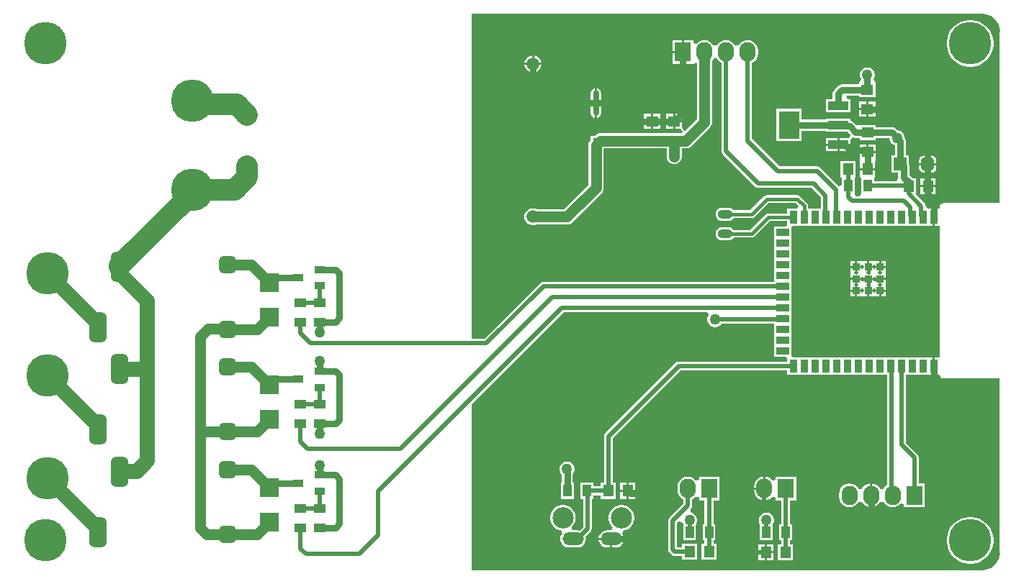
<source format=gtl>
G04*
G04 #@! TF.GenerationSoftware,Altium Limited,Altium Designer,21.2.1 (34)*
G04*
G04 Layer_Physical_Order=1*
G04 Layer_Color=255*
%FSTAX24Y24*%
%MOIN*%
G70*
G04*
G04 #@! TF.SameCoordinates,05E74B49-6C64-4D2F-80AE-A4148A6602C0*
G04*
G04*
G04 #@! TF.FilePolarity,Positive*
G04*
G01*
G75*
%ADD15C,0.0200*%
%ADD18O,0.0700X0.0400*%
%ADD19O,0.0276X0.1181*%
%ADD20R,0.0276X0.1181*%
%ADD21R,0.0550X0.0500*%
%ADD22R,0.0600X0.0600*%
G04:AMPARAMS|DCode=23|XSize=60mil|YSize=60mil|CornerRadius=15mil|HoleSize=0mil|Usage=FLASHONLY|Rotation=0.000|XOffset=0mil|YOffset=0mil|HoleType=Round|Shape=RoundedRectangle|*
%AMROUNDEDRECTD23*
21,1,0.0600,0.0300,0,0,0.0*
21,1,0.0300,0.0600,0,0,0.0*
1,1,0.0300,0.0150,-0.0150*
1,1,0.0300,-0.0150,-0.0150*
1,1,0.0300,-0.0150,0.0150*
1,1,0.0300,0.0150,0.0150*
%
%ADD23ROUNDEDRECTD23*%
%ADD24R,0.0500X0.0550*%
%ADD25R,0.0394X0.0550*%
%ADD26R,0.0472X0.0335*%
%ADD27R,0.0591X0.0354*%
%ADD28R,0.0354X0.0591*%
%ADD29R,0.0354X0.0354*%
%ADD30R,0.0945X0.1299*%
%ADD31R,0.0945X0.0394*%
%ADD32R,0.0550X0.0394*%
%ADD33R,0.0906X0.0900*%
%ADD50C,0.0700*%
%ADD60C,0.0150*%
%ADD61C,0.0500*%
%ADD62C,0.0300*%
%ADD63C,0.1000*%
%ADD64O,0.0750X0.0900*%
%ADD65R,0.0750X0.0900*%
%ADD66R,0.0591X0.0591*%
%ADD67C,0.0591*%
%ADD68C,0.0200*%
G04:AMPARAMS|DCode=69|XSize=137.8mil|YSize=78.7mil|CornerRadius=19.7mil|HoleSize=0mil|Usage=FLASHONLY|Rotation=90.000|XOffset=0mil|YOffset=0mil|HoleType=Round|Shape=RoundedRectangle|*
%AMROUNDEDRECTD69*
21,1,0.1378,0.0394,0,0,90.0*
21,1,0.0984,0.0787,0,0,90.0*
1,1,0.0394,0.0197,0.0492*
1,1,0.0394,0.0197,-0.0492*
1,1,0.0394,-0.0197,-0.0492*
1,1,0.0394,-0.0197,0.0492*
%
%ADD69ROUNDEDRECTD69*%
G04:AMPARAMS|DCode=70|XSize=78.7mil|YSize=78.7mil|CornerRadius=19.7mil|HoleSize=0mil|Usage=FLASHONLY|Rotation=90.000|XOffset=0mil|YOffset=0mil|HoleType=Round|Shape=RoundedRectangle|*
%AMROUNDEDRECTD70*
21,1,0.0787,0.0394,0,0,90.0*
21,1,0.0394,0.0787,0,0,90.0*
1,1,0.0394,0.0197,0.0197*
1,1,0.0394,0.0197,-0.0197*
1,1,0.0394,-0.0197,-0.0197*
1,1,0.0394,-0.0197,0.0197*
%
%ADD70ROUNDEDRECTD70*%
%ADD71C,0.1969*%
%ADD72C,0.0984*%
%ADD73O,0.0984X0.0591*%
%ADD74C,0.0500*%
G36*
X064833Y034787D02*
X064988Y03474D01*
X065131Y034664D01*
X065256Y034561D01*
X065359Y034436D01*
X065435Y034293D01*
X065482Y034138D01*
X065496Y034D01*
X065491Y033976D01*
Y026031D01*
X0629D01*
X062822Y026015D01*
X062755Y025971D01*
X062711Y025905D01*
X062696Y025827D01*
Y025769D01*
X062485D01*
Y025374D01*
Y024979D01*
X062696D01*
Y01888D01*
X062485D01*
Y018484D01*
Y018089D01*
X0627D01*
X062711Y018032D01*
X062755Y017966D01*
X062822Y017922D01*
X0629Y017906D01*
X065491D01*
Y009843D01*
X065496Y009819D01*
X065482Y009681D01*
X065435Y009526D01*
X065359Y009383D01*
X065256Y009258D01*
X065131Y009155D01*
X064988Y009079D01*
X064833Y009032D01*
X064695Y009018D01*
X064671Y009023D01*
X041049D01*
Y016719D01*
X045305Y020975D01*
X051947D01*
X051995Y0209D01*
X052018Y020825D01*
X051983Y020765D01*
X051959Y020676D01*
Y020584D01*
X051983Y020495D01*
X052029Y020415D01*
X052094Y02035D01*
X052174Y020304D01*
X052263Y02028D01*
X052355D01*
X052444Y020304D01*
X052524Y02035D01*
X052589Y020415D01*
X05261Y020451D01*
X055048D01*
Y019902D01*
Y019402D01*
Y018902D01*
X055517D01*
X055658Y01888D01*
Y018688D01*
X050636D01*
X050636Y018688D01*
X050558Y018673D01*
X050492Y018628D01*
X050492Y018628D01*
X04723Y015367D01*
X047186Y015301D01*
X04717Y015223D01*
Y013065D01*
X047024D01*
Y012894D01*
X046671D01*
Y013065D01*
X046078D01*
Y012315D01*
X0462D01*
Y011013D01*
X046033Y010846D01*
X045935Y010859D01*
X045726D01*
X04569Y010914D01*
X045668Y011009D01*
X045726Y011067D01*
X045791Y011164D01*
X045836Y011272D01*
X045858Y011387D01*
Y011503D01*
X045836Y011618D01*
X045791Y011725D01*
X045726Y011822D01*
X045644Y011905D01*
X045547Y01197D01*
X045439Y012014D01*
X045325Y012037D01*
X045208D01*
X045093Y012014D01*
X044986Y01197D01*
X044889Y011905D01*
X044806Y011822D01*
X044741Y011725D01*
X044697Y011618D01*
X044674Y011503D01*
Y011387D01*
X044697Y011272D01*
X044741Y011164D01*
X044806Y011067D01*
X044889Y010985D01*
X044986Y01092D01*
X045093Y010875D01*
X045168Y010861D01*
X045197Y010824D01*
X04522Y010768D01*
X045229Y010703D01*
X045196Y01066D01*
X045157Y010564D01*
X045143Y010461D01*
X045157Y010357D01*
X045196Y010261D01*
X04526Y010179D01*
X045342Y010115D01*
X045439Y010076D01*
X045542Y010062D01*
X045935D01*
X046039Y010076D01*
X046135Y010115D01*
X046217Y010179D01*
X046281Y010261D01*
X046321Y010357D01*
X046334Y010461D01*
X046321Y010558D01*
X046548Y010785D01*
X046592Y010851D01*
X046607Y010929D01*
Y012315D01*
X046671D01*
Y012486D01*
X047024D01*
Y012315D01*
X047724D01*
Y013065D01*
X047578D01*
Y015138D01*
X05072Y01828D01*
X055658D01*
Y018089D01*
X060278D01*
Y012961D01*
X060191Y012894D01*
X060115Y012795D01*
X060111Y012785D01*
X059948D01*
X059944Y012795D01*
X059868Y012894D01*
X059769Y01297D01*
X059654Y013018D01*
X05958Y013028D01*
Y01248D01*
Y011933D01*
X059654Y011943D01*
X059769Y01199D01*
X059868Y012067D01*
X059944Y012166D01*
X059948Y012175D01*
X060111D01*
X060115Y012166D01*
X060191Y012067D01*
X06029Y01199D01*
X060406Y011943D01*
X06053Y011926D01*
X060654Y011943D01*
X060769Y01199D01*
X060868Y012067D01*
X060905Y012114D01*
X061055Y012063D01*
Y01193D01*
X062005D01*
Y01303D01*
X061733D01*
Y014244D01*
X061718Y014322D01*
X061674Y014388D01*
X061139Y014923D01*
Y018089D01*
X062385D01*
Y018484D01*
Y01888D01*
X055979D01*
X055838Y018902D01*
Y019402D01*
Y019902D01*
Y020402D01*
Y020902D01*
Y021402D01*
Y021902D01*
Y022402D01*
Y022902D01*
Y023402D01*
Y023902D01*
Y024402D01*
Y024956D01*
X055979Y024979D01*
X062385D01*
Y025374D01*
Y025769D01*
X062152D01*
X062062Y025884D01*
X062046Y025962D01*
X062002Y026028D01*
X061708Y026323D01*
X061619Y026436D01*
X061618D01*
X061618Y026436D01*
Y027186D01*
X061436D01*
X061297Y027326D01*
Y027763D01*
X061292Y027788D01*
Y028235D01*
X061147D01*
Y028898D01*
X061127Y028995D01*
X061084Y02906D01*
Y029101D01*
X06106Y02919D01*
X061014Y02927D01*
X060949Y029335D01*
X060869Y029381D01*
X06078Y029405D01*
X060745D01*
X060676Y029474D01*
X060593Y02953D01*
X060495Y029549D01*
X059747D01*
Y029644D01*
X058997D01*
Y029644D01*
X058848Y029648D01*
X058719Y029777D01*
X058636Y029833D01*
X058586Y029843D01*
Y029941D01*
X057441D01*
Y029899D01*
X056302D01*
Y030394D01*
X055157D01*
Y028894D01*
X056302D01*
Y029389D01*
X057441D01*
Y029347D01*
X058036D01*
X05806Y029342D01*
X058433D01*
X058593Y029183D01*
X05859Y029177D01*
X05859Y029177D01*
X058528Y029035D01*
X058455Y029035D01*
X058063D01*
Y028789D01*
X058586D01*
Y028899D01*
X058586Y028989D01*
X058716Y029082D01*
X058728Y029074D01*
X058826Y029055D01*
X058997D01*
Y028944D01*
X059747D01*
Y029039D01*
X060384D01*
Y029009D01*
X060408Y02892D01*
X060454Y02884D01*
X060519Y028775D01*
X060599Y028729D01*
X060637Y028719D01*
Y028235D01*
X060492D01*
Y027435D01*
X060787D01*
Y02722D01*
X060794Y027185D01*
X06071Y027053D01*
X060685Y027035D01*
X05967D01*
Y027223D01*
X059723D01*
Y027548D01*
X059373D01*
X059023D01*
Y027223D01*
X059076D01*
Y026475D01*
X059076D01*
X059027Y026346D01*
X058819D01*
X05877Y026475D01*
X05877D01*
Y027223D01*
X058823D01*
Y027973D01*
X058123D01*
Y027223D01*
X058176D01*
Y026873D01*
X058126Y026839D01*
X058026Y026815D01*
X057178Y027664D01*
X057112Y027708D01*
X057033Y027724D01*
X055307D01*
X054025Y029006D01*
Y032527D01*
X05406Y032542D01*
X05416Y032618D01*
X054236Y032717D01*
X054284Y032833D01*
X0543Y032957D01*
Y033107D01*
X054284Y033231D01*
X054236Y033346D01*
X05416Y033445D01*
X05406Y033521D01*
X053945Y033569D01*
X053821Y033586D01*
X053697Y033569D01*
X053581Y033521D01*
X053482Y033445D01*
X053406Y033346D01*
X053402Y033337D01*
X05324D01*
X053236Y033346D01*
X05316Y033445D01*
X05306Y033521D01*
X052945Y033569D01*
X052821Y033586D01*
X052697Y033569D01*
X052581Y033521D01*
X052482Y033445D01*
X052406Y033346D01*
X052402Y033337D01*
X05224D01*
X052236Y033346D01*
X05216Y033445D01*
X05206Y033521D01*
X051945Y033569D01*
X051821Y033586D01*
X051697Y033569D01*
X051581Y033521D01*
X051482Y033445D01*
X051446Y033398D01*
X051296Y033449D01*
Y033582D01*
X050871D01*
Y033031D01*
Y032482D01*
X051296D01*
Y032481D01*
X051446Y03253D01*
X051468Y032514D01*
Y029934D01*
X050902Y029368D01*
X05085Y029418D01*
X050794Y029526D01*
X050794Y029619D01*
Y02977D01*
X050469D01*
Y02947D01*
X050644D01*
X050724Y02947D01*
X05081Y029327D01*
X050774Y029273D01*
X047024D01*
X046933Y029261D01*
X046848Y029226D01*
X046775Y02917D01*
X04676Y029155D01*
X046559D01*
Y028954D01*
X046548Y028943D01*
X046492Y028869D01*
X046456Y028784D01*
X046444Y028693D01*
Y026879D01*
X045312Y025747D01*
X044063D01*
X044036Y025762D01*
X043936Y025789D01*
X043832D01*
X043731Y025762D01*
X043641Y02571D01*
X043568Y025636D01*
X043516Y025546D01*
X043489Y025446D01*
Y025342D01*
X043516Y025241D01*
X043568Y025151D01*
X043641Y025077D01*
X043731Y025025D01*
X043832Y024998D01*
X043936D01*
X044036Y025025D01*
X044063Y025041D01*
X045459D01*
X04555Y025053D01*
X045635Y025088D01*
X045708Y025144D01*
X047047Y026483D01*
X047103Y026556D01*
X047138Y026641D01*
X04715Y026732D01*
Y028547D01*
X047171Y028567D01*
X050066D01*
Y028189D01*
X050069Y028166D01*
Y028143D01*
X050075Y028121D01*
X050078Y028098D01*
X050087Y028076D01*
X050093Y028054D01*
X050105Y028034D01*
X050114Y028012D01*
X050128Y027994D01*
X050139Y027974D01*
X050156Y027958D01*
X05017Y027939D01*
X050188Y027925D01*
X050204Y027909D01*
X050224Y027897D01*
X050243Y027883D01*
X050264Y027874D01*
X050284Y027863D01*
X050307Y027857D01*
X050328Y027848D01*
X050351Y027845D01*
X050373Y027839D01*
X050396D01*
X050419Y027836D01*
X050442Y027839D01*
X050465D01*
X050488Y027845D01*
X050511Y027848D01*
X050532Y027857D01*
X050554Y027863D01*
X050574Y027874D01*
X050596Y027883D01*
X050614Y027897D01*
X050634Y027909D01*
X050651Y027925D01*
X050669Y027939D01*
X050683Y027958D01*
X050699Y027974D01*
X050711Y027994D01*
X050725Y028012D01*
X050734Y028034D01*
X050745Y028054D01*
X050751Y028076D01*
X05076Y028098D01*
X050763Y028121D01*
X050769Y028143D01*
Y028166D01*
X050772Y028189D01*
Y028567D01*
X050954D01*
X051045Y028579D01*
X05113Y028614D01*
X051203Y02867D01*
X05207Y029538D01*
X052127Y029611D01*
X052162Y029696D01*
X052174Y029787D01*
Y032636D01*
X052236Y032717D01*
X05224Y032726D01*
X052402D01*
X052406Y032717D01*
X052482Y032618D01*
X052581Y032542D01*
X052617Y032527D01*
Y028425D01*
X052632Y028347D01*
X052677Y028281D01*
X054173Y026785D01*
X054239Y026741D01*
X054317Y026725D01*
X054317Y026725D01*
X056792D01*
X057223Y026293D01*
Y025769D01*
X056613D01*
Y025913D01*
X056613Y025913D01*
X0566Y025982D01*
X056561Y02604D01*
X056561Y02604D01*
X056254Y026347D01*
X056196Y026385D01*
X056128Y026399D01*
X054711D01*
X054642Y026385D01*
X054584Y026347D01*
X054584Y026347D01*
X053928Y02569D01*
X053173D01*
X053145Y025726D01*
X053083Y025774D01*
X05301Y025804D01*
X052931Y025814D01*
X052632D01*
X052553Y025804D01*
X05248Y025774D01*
X052418Y025726D01*
X052369Y025663D01*
X052339Y02559D01*
X052329Y025512D01*
X052339Y025433D01*
X052369Y025361D01*
X052418Y025298D01*
X05248Y02525D01*
X052553Y02522D01*
X052632Y025209D01*
X052931D01*
X05301Y02522D01*
X053083Y02525D01*
X053145Y025298D01*
X053173Y025333D01*
X054002D01*
X05407Y025347D01*
X054128Y025386D01*
X054785Y026042D01*
X056054D01*
X056177Y025919D01*
X056115Y025769D01*
X055658D01*
Y025552D01*
X05477D01*
X054701Y025539D01*
X054644Y0255D01*
X054644Y0255D01*
X053928Y024785D01*
X053173D01*
X053145Y02482D01*
X053083Y024868D01*
X05301Y024899D01*
X052931Y024909D01*
X052632D01*
X052553Y024899D01*
X05248Y024868D01*
X052418Y02482D01*
X052369Y024758D01*
X052339Y024685D01*
X052329Y024606D01*
X052339Y024528D01*
X052369Y024455D01*
X052418Y024392D01*
X05248Y024344D01*
X052553Y024314D01*
X052632Y024304D01*
X052931D01*
X05301Y024314D01*
X053083Y024344D01*
X053145Y024392D01*
X053173Y024428D01*
X054002D01*
X05407Y024441D01*
X054128Y02448D01*
X054844Y025196D01*
X055658D01*
Y024979D01*
X055517Y024956D01*
X055048D01*
Y024402D01*
Y023902D01*
Y023402D01*
Y022902D01*
Y022383D01*
X04437D01*
X044292Y022368D01*
X044226Y022323D01*
X041634Y019731D01*
X041049D01*
Y034796D01*
X064671D01*
X064695Y034801D01*
X064833Y034787D01*
D02*
G37*
%LPC*%
G36*
X050771Y033582D02*
X050346D01*
Y033082D01*
X050771D01*
Y033582D01*
D02*
G37*
G36*
X043936Y032876D02*
X043934D01*
Y03253D01*
X044279D01*
Y032532D01*
X044252Y032633D01*
X0442Y032723D01*
X044127Y032797D01*
X044036Y032849D01*
X043936Y032876D01*
D02*
G37*
G36*
X043834D02*
X043832D01*
X043731Y032849D01*
X043641Y032797D01*
X043568Y032723D01*
X043516Y032633D01*
X043489Y032532D01*
Y03253D01*
X043834D01*
Y032876D01*
D02*
G37*
G36*
X050771Y032982D02*
X050346D01*
Y032482D01*
X050771D01*
Y032982D01*
D02*
G37*
G36*
X064205Y034509D02*
X064035D01*
X063866Y034483D01*
X063704Y03443D01*
X063552Y034353D01*
X063414Y034252D01*
X063293Y034132D01*
X063193Y033993D01*
X063115Y033841D01*
X063063Y033679D01*
X063036Y033511D01*
Y03334D01*
X063063Y033171D01*
X063115Y033009D01*
X063193Y032857D01*
X063293Y032719D01*
X063414Y032598D01*
X063552Y032498D01*
X063704Y03242D01*
X063866Y032368D01*
X064035Y032341D01*
X064205D01*
X064374Y032368D01*
X064536Y03242D01*
X064688Y032498D01*
X064826Y032598D01*
X064947Y032719D01*
X065047Y032857D01*
X065125Y033009D01*
X065178Y033171D01*
X065204Y03334D01*
Y033511D01*
X065178Y033679D01*
X065125Y033841D01*
X065047Y033993D01*
X064947Y034132D01*
X064826Y034252D01*
X064688Y034353D01*
X064536Y03443D01*
X064374Y034483D01*
X064205Y034509D01*
D02*
G37*
G36*
X044279Y03243D02*
X043934D01*
Y032085D01*
X043936D01*
X044036Y032112D01*
X044127Y032164D01*
X0442Y032238D01*
X044252Y032328D01*
X044279Y032428D01*
Y03243D01*
D02*
G37*
G36*
X043834D02*
X043489D01*
Y032428D01*
X043516Y032328D01*
X043568Y032238D01*
X043641Y032164D01*
X043731Y032112D01*
X043832Y032085D01*
X043834D01*
Y03243D01*
D02*
G37*
G36*
X059402Y032318D02*
X05931D01*
X059221Y032295D01*
X059141Y032249D01*
X059076Y032183D01*
X05903Y032104D01*
X059006Y032015D01*
Y031922D01*
X05903Y031833D01*
X059063Y031777D01*
X059036Y031693D01*
X058991Y031627D01*
X058981D01*
Y031532D01*
X058192D01*
X058095Y031512D01*
X058012Y031457D01*
X057833Y031278D01*
X057778Y031196D01*
X057758Y031098D01*
Y030846D01*
X057441D01*
Y030253D01*
X058586D01*
Y030846D01*
X058452D01*
X058389Y030996D01*
X058413Y031022D01*
X058981D01*
Y030927D01*
X059731D01*
Y031627D01*
X059722D01*
X059677Y031693D01*
X05965Y031777D01*
X059682Y031833D01*
X059706Y031922D01*
Y032015D01*
X059682Y032104D01*
X059636Y032183D01*
X059571Y032249D01*
X059491Y032295D01*
X059402Y032318D01*
D02*
G37*
G36*
X046847Y03135D02*
Y030715D01*
X04704D01*
Y031117D01*
X047021Y03121D01*
X046969Y031289D01*
X04689Y031341D01*
X046847Y03135D01*
D02*
G37*
G36*
X046747D02*
X046704Y031341D01*
X046626Y031289D01*
X046573Y03121D01*
X046555Y031117D01*
Y030715D01*
X046747D01*
Y03135D01*
D02*
G37*
G36*
X059731Y030727D02*
X059406D01*
Y030427D01*
X059731D01*
Y030727D01*
D02*
G37*
G36*
X059306D02*
X058981D01*
Y030427D01*
X059306D01*
Y030727D01*
D02*
G37*
G36*
X059731Y030327D02*
X059406D01*
Y030027D01*
X059731D01*
Y030327D01*
D02*
G37*
G36*
X059306D02*
X058981D01*
Y030027D01*
X059306D01*
Y030327D01*
D02*
G37*
G36*
X04704Y030615D02*
X046847D01*
Y029979D01*
X04689Y029988D01*
X046969Y03004D01*
X047021Y030119D01*
X04704Y030212D01*
Y030615D01*
D02*
G37*
G36*
X046747D02*
X046555D01*
Y030212D01*
X046573Y030119D01*
X046626Y03004D01*
X046704Y029988D01*
X046747Y029979D01*
Y030615D01*
D02*
G37*
G36*
X049771Y03017D02*
X049446D01*
Y02987D01*
X049771D01*
Y03017D01*
D02*
G37*
G36*
X049346D02*
X049021D01*
Y02987D01*
X049346D01*
Y03017D01*
D02*
G37*
G36*
X050794D02*
X050469D01*
Y02987D01*
X050794D01*
Y03017D01*
D02*
G37*
G36*
X050369D02*
X050044D01*
Y02987D01*
X050369D01*
Y03017D01*
D02*
G37*
G36*
X049771Y02977D02*
X049446D01*
Y02947D01*
X049771D01*
Y02977D01*
D02*
G37*
G36*
X049346D02*
X049021D01*
Y02947D01*
X049346D01*
Y02977D01*
D02*
G37*
G36*
X050369Y02977D02*
X050044D01*
Y02947D01*
X050369D01*
Y02977D01*
D02*
G37*
G36*
X057963Y029035D02*
X057441D01*
Y028789D01*
X057963D01*
Y029035D01*
D02*
G37*
G36*
X059747Y028744D02*
X059422D01*
Y028444D01*
X059747D01*
Y028744D01*
D02*
G37*
G36*
X059322D02*
X058997D01*
Y028444D01*
X059322D01*
Y028744D01*
D02*
G37*
G36*
X058586Y028689D02*
X058063D01*
Y028442D01*
X058586D01*
Y028689D01*
D02*
G37*
G36*
X057963D02*
X057441D01*
Y028442D01*
X057963D01*
Y028689D01*
D02*
G37*
G36*
X062302Y02824D02*
X062202D01*
Y027885D01*
X062556D01*
Y027985D01*
X062537Y028082D01*
X062482Y028165D01*
X062399Y02822D01*
X062302Y02824D01*
D02*
G37*
G36*
X062102D02*
X062002D01*
X061904Y02822D01*
X061821Y028165D01*
X061766Y028082D01*
X061747Y027985D01*
Y027885D01*
X062102D01*
Y02824D01*
D02*
G37*
G36*
X059747Y028344D02*
X059372D01*
X058997D01*
Y028112D01*
X058997Y028044D01*
X059023Y027905D01*
Y027648D01*
X059373D01*
X059723D01*
Y027904D01*
X059747Y028044D01*
X059747Y028114D01*
Y028344D01*
D02*
G37*
G36*
X062556Y027785D02*
X062202D01*
Y02743D01*
X062302D01*
X062399Y027449D01*
X062482Y027504D01*
X062537Y027587D01*
X062556Y027685D01*
Y027785D01*
D02*
G37*
G36*
X062102D02*
X061747D01*
Y027685D01*
X061766Y027587D01*
X061821Y027504D01*
X061904Y027449D01*
X062002Y02743D01*
X062102D01*
Y027785D01*
D02*
G37*
G36*
X062519Y027186D02*
X062218D01*
Y026861D01*
X062519D01*
Y027186D01*
D02*
G37*
G36*
X062119D02*
X061818D01*
Y026861D01*
X062119D01*
Y027186D01*
D02*
G37*
G36*
X062519Y026761D02*
X062218D01*
Y026436D01*
X062519D01*
Y026761D01*
D02*
G37*
G36*
X062119D02*
X061818D01*
Y026436D01*
X062119D01*
Y026761D01*
D02*
G37*
G36*
X058794Y023348D02*
X058567D01*
Y023121D01*
X058794D01*
Y023348D01*
D02*
G37*
G36*
X060224D02*
X059997D01*
Y023121D01*
X060224D01*
Y023348D01*
D02*
G37*
G36*
X059897D02*
X059446D01*
Y023071D01*
X059346D01*
Y023348D01*
X058894D01*
Y023071D01*
X058844D01*
Y023021D01*
X058567D01*
Y022794D01*
Y02257D01*
X058844D01*
Y02247D01*
X058567D01*
Y022243D01*
Y022018D01*
X058844D01*
Y021969D01*
X058894D01*
Y021691D01*
X059346D01*
Y021969D01*
X059446D01*
Y021691D01*
X059897D01*
Y021969D01*
X059947D01*
Y022018D01*
X060224D01*
Y022243D01*
Y02247D01*
X059947D01*
Y02257D01*
X060224D01*
Y022794D01*
Y023021D01*
X059947D01*
Y023071D01*
X059897D01*
Y023348D01*
D02*
G37*
G36*
X060224Y021918D02*
X059997D01*
Y021691D01*
X060224D01*
Y021918D01*
D02*
G37*
G36*
X058794Y021918D02*
X058567D01*
Y021691D01*
X058794D01*
Y021918D01*
D02*
G37*
G36*
X056068Y01335D02*
X055118D01*
Y013218D01*
X054968Y013167D01*
X054931Y013214D01*
X054832Y01329D01*
X054717Y013338D01*
X054643Y013348D01*
Y0128D01*
Y012253D01*
X054717Y012263D01*
X054832Y01231D01*
X054931Y012387D01*
X054968Y012434D01*
X055118Y012383D01*
Y01225D01*
X055373D01*
Y01114D01*
X055285D01*
Y01039D01*
X055373D01*
Y010218D01*
X055227D01*
Y009468D01*
X055927D01*
Y010218D01*
X055781D01*
Y01039D01*
X055878D01*
Y01114D01*
X055781D01*
Y01225D01*
X056068D01*
Y01335D01*
D02*
G37*
G36*
X054543Y013348D02*
X054469Y013338D01*
X054353Y01329D01*
X054254Y013214D01*
X054178Y013115D01*
X05413Y012999D01*
X054113Y012875D01*
Y01285D01*
X054543D01*
Y013348D01*
D02*
G37*
G36*
X048624Y013065D02*
X048324D01*
Y01274D01*
X048624D01*
Y013065D01*
D02*
G37*
G36*
X048224D02*
X047924D01*
Y01274D01*
X048224D01*
Y013065D01*
D02*
G37*
G36*
X048624Y01264D02*
X048324D01*
Y012315D01*
X048624D01*
Y01264D01*
D02*
G37*
G36*
X048224D02*
X047924D01*
Y012315D01*
X048224D01*
Y01264D01*
D02*
G37*
G36*
X045505Y014051D02*
X045413D01*
X045324Y014027D01*
X045244Y013981D01*
X045179Y013916D01*
X045133Y013836D01*
X045109Y013747D01*
Y013655D01*
X045133Y013566D01*
X045179Y013486D01*
X045212Y013453D01*
Y013065D01*
X045178D01*
Y012315D01*
X045771D01*
Y013065D01*
X045721D01*
Y013469D01*
X045739Y013486D01*
X045785Y013566D01*
X045809Y013655D01*
Y013747D01*
X045785Y013836D01*
X045739Y013916D01*
X045674Y013981D01*
X045594Y014027D01*
X045505Y014051D01*
D02*
G37*
G36*
X054543Y01275D02*
X054113D01*
Y012725D01*
X05413Y012601D01*
X054178Y012486D01*
X054254Y012387D01*
X054353Y01231D01*
X054469Y012263D01*
X054543Y012253D01*
Y01275D01*
D02*
G37*
G36*
X05853Y013034D02*
X058406Y013018D01*
X05829Y01297D01*
X058191Y012894D01*
X058115Y012795D01*
X058067Y012679D01*
X05805Y012555D01*
Y012405D01*
X058067Y012281D01*
X058115Y012166D01*
X058191Y012067D01*
X05829Y01199D01*
X058406Y011943D01*
X05853Y011926D01*
X058654Y011943D01*
X058769Y01199D01*
X058868Y012067D01*
X058944Y012166D01*
X058948Y012175D01*
X059111D01*
X059115Y012166D01*
X059191Y012067D01*
X05929Y01199D01*
X059406Y011943D01*
X05948Y011933D01*
Y01248D01*
Y013028D01*
X059406Y013018D01*
X05929Y01297D01*
X059191Y012894D01*
X059115Y012795D01*
X059111Y012785D01*
X058948D01*
X058944Y012795D01*
X058868Y012894D01*
X058769Y01297D01*
X058654Y013018D01*
X05853Y013034D01*
D02*
G37*
G36*
X048041Y012037D02*
X047924D01*
X04781Y012014D01*
X047702Y01197D01*
X047605Y011905D01*
X047523Y011822D01*
X047458Y011725D01*
X047413Y011618D01*
X047391Y011503D01*
Y011387D01*
X047413Y011272D01*
X047458Y011164D01*
X047523Y011067D01*
X047581Y011009D01*
X047559Y010914D01*
X047523Y010859D01*
X047313D01*
X04721Y010846D01*
X047114Y010806D01*
X047031Y010743D01*
X046968Y01066D01*
X046928Y010564D01*
X046921Y010511D01*
X048099D01*
X048092Y010564D01*
X048052Y01066D01*
X04802Y010703D01*
X048029Y010768D01*
X048052Y010824D01*
X048081Y010861D01*
X048155Y010875D01*
X048263Y01092D01*
X04836Y010985D01*
X048443Y011067D01*
X048507Y011164D01*
X048552Y011272D01*
X048575Y011387D01*
Y011503D01*
X048552Y011618D01*
X048507Y011725D01*
X048443Y011822D01*
X04836Y011905D01*
X048263Y01197D01*
X048155Y012014D01*
X048041Y012037D01*
D02*
G37*
G36*
X054728Y011685D02*
X054635D01*
X054546Y011661D01*
X054467Y011615D01*
X054401Y01155D01*
X054355Y01147D01*
X054332Y011381D01*
Y011307D01*
X054332Y011289D01*
X054332Y011289D01*
X054355Y0112D01*
X054375Y011166D01*
X054385Y011027D01*
Y01039D01*
X054978D01*
Y011027D01*
X054988Y011166D01*
X055008Y0112D01*
X055032Y011289D01*
X055032Y011289D01*
X055032Y011307D01*
Y011381D01*
X055008Y01147D01*
X054962Y01155D01*
X054896Y011615D01*
X054817Y011661D01*
X054728Y011685D01*
D02*
G37*
G36*
X048099Y010411D02*
X04756D01*
Y010062D01*
X047707D01*
X04781Y010076D01*
X047906Y010115D01*
X047989Y010179D01*
X048052Y010261D01*
X048092Y010357D01*
X048099Y010411D01*
D02*
G37*
G36*
X04746D02*
X046921D01*
X046928Y010357D01*
X046968Y010261D01*
X047031Y010179D01*
X047114Y010115D01*
X04721Y010076D01*
X047313Y010062D01*
X04746D01*
Y010411D01*
D02*
G37*
G36*
X055027Y010218D02*
X054727D01*
Y009893D01*
X055027D01*
Y010218D01*
D02*
G37*
G36*
X054627D02*
X054327D01*
Y009893D01*
X054627D01*
Y010218D01*
D02*
G37*
G36*
X051049Y013354D02*
X050925Y013338D01*
X05081Y01329D01*
X05071Y013214D01*
X050634Y013115D01*
X050586Y012999D01*
X05057Y012875D01*
Y012725D01*
X050586Y012601D01*
X050634Y012486D01*
X05071Y012387D01*
X05081Y01231D01*
X050845Y012296D01*
Y012092D01*
X050196Y011443D01*
X050152Y011377D01*
X050137Y011299D01*
Y009982D01*
X050152Y009904D01*
X050196Y009838D01*
X050314Y00972D01*
X050314Y00972D01*
X05038Y009676D01*
X050458Y009661D01*
X050781D01*
Y00949D01*
X051481D01*
Y01024D01*
X050781D01*
Y010068D01*
X050544D01*
Y011191D01*
X050626Y011268D01*
X050782Y011234D01*
X050835Y01114D01*
X050835Y01114D01*
X050835D01*
Y01039D01*
X051428D01*
Y011027D01*
X051438Y011166D01*
X051458Y0112D01*
X051482Y011289D01*
X051482Y011289D01*
X051482Y011307D01*
Y011381D01*
X051458Y01147D01*
X051412Y01155D01*
X051346Y011615D01*
X051267Y011661D01*
X051216Y011675D01*
X051169Y01178D01*
X051165Y011835D01*
X051193Y011864D01*
X051238Y01193D01*
X051253Y012008D01*
Y012296D01*
X051289Y01231D01*
X051388Y012387D01*
X051424Y012434D01*
X051574Y012383D01*
Y01225D01*
X051828D01*
Y01114D01*
X051735D01*
Y01039D01*
X051828D01*
Y01024D01*
X051681D01*
Y00949D01*
X052382D01*
Y01024D01*
X052235D01*
Y01039D01*
X052328D01*
Y01114D01*
X052235D01*
Y01225D01*
X052524D01*
Y01335D01*
X051574D01*
Y013218D01*
X051424Y013167D01*
X051388Y013214D01*
X051289Y01329D01*
X051173Y013338D01*
X051049Y013354D01*
D02*
G37*
G36*
X055027Y009793D02*
X054727D01*
Y009468D01*
X055027D01*
Y009793D01*
D02*
G37*
G36*
X054627D02*
X054327D01*
Y009468D01*
X054627D01*
Y009793D01*
D02*
G37*
G36*
X064205Y011478D02*
X064035D01*
X063866Y011451D01*
X063704Y011399D01*
X063552Y011321D01*
X063414Y011221D01*
X063293Y0111D01*
X063193Y010962D01*
X063115Y01081D01*
X063063Y010648D01*
X063036Y010479D01*
Y010308D01*
X063063Y01014D01*
X063115Y009977D01*
X063193Y009825D01*
X063293Y009687D01*
X063414Y009567D01*
X063552Y009466D01*
X063704Y009389D01*
X063866Y009336D01*
X064035Y009309D01*
X064205D01*
X064374Y009336D01*
X064536Y009389D01*
X064688Y009466D01*
X064826Y009567D01*
X064947Y009687D01*
X065047Y009825D01*
X065125Y009977D01*
X065178Y01014D01*
X065204Y010308D01*
Y010479D01*
X065178Y010648D01*
X065125Y01081D01*
X065047Y010962D01*
X064947Y0111D01*
X064826Y011221D01*
X064688Y011321D01*
X064536Y011399D01*
X064374Y011451D01*
X064205Y011478D01*
D02*
G37*
%LPD*%
D15*
X054317Y026929D02*
X056876D01*
X057427Y025382D02*
Y026378D01*
X056876Y026929D02*
X057427Y026378D01*
X052821Y028425D02*
X054317Y026929D01*
X052821Y028425D02*
Y033031D01*
X057427Y025382D02*
X057435Y025374D01*
X055222Y02752D02*
X057033D01*
X057908Y026645D01*
Y025401D02*
Y026645D01*
X053821Y028921D02*
X055222Y02752D01*
X052334Y020655D02*
X055418D01*
X052309Y02063D02*
X052334Y020655D01*
X055418D02*
X055443Y020679D01*
X047374Y015223D02*
X050636Y018484D01*
X055935D01*
X047374Y01269D02*
Y015223D01*
X046374Y01269D02*
X047374D01*
X046374D02*
X046404Y012661D01*
Y010929D02*
Y012661D01*
X045739Y010461D02*
X045935D01*
X046404Y010929D01*
X060482Y012528D02*
Y018437D01*
X060935Y014839D02*
X06153Y014244D01*
Y01248D02*
Y014244D01*
X060935Y014839D02*
Y018484D01*
X054682Y010765D02*
Y011335D01*
X051132Y010765D02*
Y011335D01*
X054003Y009843D02*
X054677D01*
X053886Y00996D02*
X054003Y009843D01*
X053886Y00996D02*
Y011277D01*
X054594Y011986D02*
Y012778D01*
X053886Y011277D02*
X054594Y011986D01*
X050341Y011299D02*
X051049Y012008D01*
Y0128D01*
X050341Y009982D02*
Y011299D01*
Y009982D02*
X050458Y009865D01*
X051132D01*
X055577Y009843D02*
Y012785D01*
X055593Y0128D01*
X052031Y009865D02*
Y012783D01*
X052049Y0128D01*
X041719Y019528D02*
X04437Y022179D01*
X055443D01*
X044776Y021679D02*
X055443D01*
X037742Y014646D02*
X044776Y021679D01*
X04522Y021179D02*
X055443D01*
X036718Y012677D02*
X04522Y021179D01*
X061358Y025451D02*
Y025833D01*
Y025451D02*
X061435Y025374D01*
X061049Y026142D02*
X061358Y025833D01*
X058648Y026142D02*
X061049D01*
X058473Y026316D02*
X058648Y026142D01*
X058473Y026316D02*
Y02685D01*
X059393Y026831D02*
X061249D01*
X059373Y02685D02*
X059393Y026831D01*
X061249D02*
X061269Y026811D01*
X058473Y02685D02*
X058473Y02685D01*
Y027598D02*
X058473Y027598D01*
X058473Y02685D02*
Y027598D01*
X061269Y026811D02*
Y026969D01*
Y026474D02*
Y026811D01*
X057908Y025401D02*
X057935Y025374D01*
X053821Y028921D02*
Y033031D01*
X061858Y025451D02*
X061935Y025374D01*
X061858Y025451D02*
Y025884D01*
X061269Y026474D02*
X061858Y025884D01*
X035852Y009764D02*
X036718Y01063D01*
X033372Y009764D02*
X035852D01*
X036718Y01063D02*
Y012677D01*
X033451Y014646D02*
X037742D01*
X033591Y019528D02*
X041719D01*
X03312Y010016D02*
X033372Y009764D01*
X03312Y010016D02*
Y010989D01*
X03312Y014977D02*
X033451Y014646D01*
X03312Y014977D02*
Y015805D01*
Y019999D02*
X033591Y019528D01*
X03312Y019999D02*
Y020516D01*
X03312Y011889D02*
X03402D01*
X03401Y012669D02*
X034015Y012664D01*
Y011894D02*
X03402Y011889D01*
X034015Y011894D02*
Y012664D01*
X03312Y016705D02*
X03402D01*
X03401Y017485D02*
X034015Y01748D01*
Y01671D02*
X03402Y016705D01*
X034015Y01671D02*
Y01748D01*
Y021421D02*
Y022191D01*
Y021421D02*
X03402Y021416D01*
X03401Y022196D02*
X034015Y022191D01*
X03312Y021416D02*
X03402D01*
D18*
X052782Y024606D02*
D03*
Y025512D02*
D03*
D19*
X046797Y030665D02*
D03*
D20*
Y028465D02*
D03*
D21*
X049396Y02892D02*
D03*
Y02982D02*
D03*
X050419D02*
D03*
Y02892D02*
D03*
X059372Y028394D02*
D03*
Y029294D02*
D03*
X059356Y030377D02*
D03*
Y031277D02*
D03*
D22*
X060892Y027835D02*
D03*
D23*
X062152D02*
D03*
D24*
X059373Y027598D02*
D03*
X058473D02*
D03*
X055577Y009843D02*
D03*
X054677D02*
D03*
X048274Y01269D02*
D03*
X047374D02*
D03*
X051132Y009865D02*
D03*
X052031D02*
D03*
X062168Y026811D02*
D03*
X061269D02*
D03*
D25*
X054682Y010765D02*
D03*
X055582D02*
D03*
X052032D02*
D03*
X051132D02*
D03*
X059373Y02685D02*
D03*
X058473D02*
D03*
X045474Y01269D02*
D03*
X046374D02*
D03*
D26*
X034012Y018243D02*
D03*
X03401Y017485D02*
D03*
X033028Y017857D02*
D03*
X033028Y013041D02*
D03*
X03401Y012669D02*
D03*
X034012Y013427D02*
D03*
X033028Y022568D02*
D03*
X03401Y022196D02*
D03*
X034012Y022954D02*
D03*
D27*
X055443Y019179D02*
D03*
Y019679D02*
D03*
Y020179D02*
D03*
Y020679D02*
D03*
Y021179D02*
D03*
Y021679D02*
D03*
Y022179D02*
D03*
Y022679D02*
D03*
Y023179D02*
D03*
Y023679D02*
D03*
Y024179D02*
D03*
Y024679D02*
D03*
D28*
X062435Y018484D02*
D03*
X061935D02*
D03*
X061435D02*
D03*
X060935D02*
D03*
X060435D02*
D03*
X059935D02*
D03*
X059435D02*
D03*
X058935D02*
D03*
X058435D02*
D03*
X057935D02*
D03*
X057435D02*
D03*
X056935D02*
D03*
X056435D02*
D03*
X055935D02*
D03*
Y025374D02*
D03*
X056435D02*
D03*
X056935D02*
D03*
X057435D02*
D03*
X057935D02*
D03*
X058435D02*
D03*
X058935D02*
D03*
X059435D02*
D03*
X059935D02*
D03*
X060435D02*
D03*
X060935D02*
D03*
X061435D02*
D03*
X061935D02*
D03*
X062435D02*
D03*
D29*
X059947Y021969D02*
D03*
Y02252D02*
D03*
Y023071D02*
D03*
X058844Y021969D02*
D03*
Y02252D02*
D03*
Y023071D02*
D03*
X059396Y021969D02*
D03*
Y023071D02*
D03*
Y02252D02*
D03*
D30*
X05573Y029644D02*
D03*
D31*
X058013Y03055D02*
D03*
Y029644D02*
D03*
Y028739D02*
D03*
D32*
X03312Y010989D02*
D03*
Y011889D02*
D03*
X03402Y010989D02*
D03*
Y011889D02*
D03*
X03312Y020516D02*
D03*
Y021416D02*
D03*
X03402Y020516D02*
D03*
Y021416D02*
D03*
Y015805D02*
D03*
Y016705D02*
D03*
X03312Y015805D02*
D03*
Y016705D02*
D03*
D33*
X031679Y012847D02*
D03*
Y011247D02*
D03*
Y022335D02*
D03*
Y020735D02*
D03*
Y017591D02*
D03*
Y015991D02*
D03*
D50*
X02601Y018386D02*
Y021518D01*
Y014094D02*
Y018386D01*
X025964Y01834D02*
X02601Y018386D01*
X024758Y01834D02*
X025964D01*
X024758Y02277D02*
Y023065D01*
Y02277D02*
X02601Y021518D01*
X025537Y013622D02*
X02601Y014094D01*
X024802Y013622D02*
X025537D01*
X024758Y013577D02*
Y013578D01*
X024802Y013622D01*
X021404Y018045D02*
X023608Y01584D01*
X021404Y02277D02*
X023608Y020565D01*
X021404Y013281D02*
X023608Y011077D01*
X021404Y02277D02*
X021553D01*
X023758Y02027D02*
Y020565D01*
D60*
X056128Y02622D02*
X056435Y025913D01*
Y025374D02*
Y025913D01*
X054711Y02622D02*
X056128D01*
X054002Y025512D02*
X054711Y02622D01*
X052782Y025512D02*
X054002D01*
X052782Y024606D02*
X054002D01*
X05477Y025374D01*
X055935D01*
X059396Y022244D02*
Y02252D01*
X059671D02*
X059947D01*
X059396Y022795D02*
Y023071D01*
Y021969D02*
Y022244D01*
X05912Y02252D02*
X059396D01*
X060435Y018484D02*
X060482Y018437D01*
Y012528D02*
X06053Y01248D01*
D61*
X045459Y025394D02*
X046797Y026732D01*
X043884Y025394D02*
X045459D01*
X046797Y026732D02*
Y028693D01*
X047024Y02892D02*
X050419D01*
X046797Y028693D02*
X047024Y02892D01*
X050419Y028189D02*
Y02892D01*
X050954D01*
X051821Y029787D01*
Y033031D01*
X029626Y020197D02*
X029705Y020118D01*
X02849Y015409D02*
Y019843D01*
Y010976D02*
Y015409D01*
X028528Y015447D01*
X029758D01*
X028783Y010683D02*
X031112D01*
X02849Y010976D02*
X028783Y010683D01*
X02849Y019843D02*
X028844Y020197D01*
X029626D01*
X029705Y020118D02*
X029758Y020171D01*
X031676Y017611D02*
X031679D01*
X031676Y020735D02*
X031679D01*
X031112Y020171D02*
X031676Y020735D01*
X029758Y020171D02*
X031112D01*
X031676Y022335D02*
X031679D01*
X029758Y023163D02*
X030849D01*
X031676Y022335D01*
Y016011D02*
X031679D01*
X031112Y015447D02*
X031676Y016011D01*
X029758Y015447D02*
X031112D01*
X029758Y018439D02*
X030849D01*
X031676Y017611D01*
X030849Y013675D02*
X031676Y012847D01*
X029758Y013675D02*
X030849D01*
X031676Y012847D02*
X031679D01*
X031112Y010683D02*
X031676Y011247D01*
X031679D01*
D62*
X045459Y013701D02*
X045467Y013693D01*
Y012698D02*
X045474Y01269D01*
X045467Y012698D02*
Y013693D01*
X03402Y015344D02*
Y015805D01*
Y020055D02*
Y020516D01*
X034012Y018243D02*
Y018704D01*
X034012Y013427D02*
Y013888D01*
X060734Y029055D02*
X060892Y028898D01*
X060495Y029294D02*
X060734Y029055D01*
X059356Y031277D02*
Y031969D01*
X058013Y03055D02*
Y031098D01*
X058192Y031277D01*
X059356D01*
X062152Y026457D02*
Y029843D01*
X061617Y030377D02*
X062152Y029843D01*
X059356Y030377D02*
X061617D01*
X0484Y010461D02*
X049081Y011142D01*
X04751Y010461D02*
X0484D01*
X049081Y011142D02*
Y012244D01*
X04876Y012565D02*
X049081Y012244D01*
X048274Y012665D02*
X048374Y012565D01*
X04876D01*
X048274Y012665D02*
Y01269D01*
X062259Y011417D02*
X062435Y011593D01*
X05975Y011417D02*
X062259D01*
X062435Y011593D02*
Y018484D01*
X05953Y011638D02*
X05975Y011417D01*
X05953Y011638D02*
Y01248D01*
X059372Y027599D02*
X059373Y027598D01*
X059372Y027599D02*
Y028393D01*
X059372Y028394D02*
X059372Y028393D01*
X061042Y02722D02*
X061269Y026994D01*
X050821Y030222D02*
Y033031D01*
X050821Y033031D02*
X050821Y033031D01*
X050444Y02982D02*
X050544Y02992D01*
Y029945D01*
X050821Y030222D01*
X049396Y02982D02*
X050476D01*
X060892Y027913D02*
Y028898D01*
X059372Y029294D02*
X060495D01*
X048316Y02982D02*
X049396D01*
X047471Y030665D02*
X048316Y02982D01*
X046797Y030665D02*
X047471D01*
X044558D02*
X046797D01*
X043884Y031339D02*
X044558Y030665D01*
X043884Y031339D02*
Y03248D01*
X059356Y02931D02*
X059372Y029294D01*
X058826Y02931D02*
X059356D01*
X05806Y029597D02*
X058539D01*
X058826Y02931D01*
X058013Y029644D02*
X05806Y029597D01*
X05573Y029644D02*
X058013D01*
X058563Y028465D02*
X059301D01*
X059372Y028394D01*
X058013Y028739D02*
X058289D01*
X058563Y028465D01*
X060892Y027913D02*
X061042Y027763D01*
Y02722D02*
Y027763D01*
X061269Y026969D02*
Y026994D01*
X062152Y026457D02*
X062435Y026173D01*
Y025374D02*
Y026173D01*
X034732Y010989D02*
X034907Y011165D01*
Y013251D01*
X03402Y010989D02*
X034732D01*
X034012Y013427D02*
X034732D01*
X034907Y013251D01*
X03402Y015805D02*
X034732D01*
X034907Y01598D01*
X034012Y018243D02*
X034732D01*
X034907Y01598D02*
Y018067D01*
X034732Y018243D02*
X034907Y018067D01*
X034732Y022954D02*
X034907Y022778D01*
Y020692D02*
Y022778D01*
X034012Y022954D02*
X034732D01*
Y020516D02*
X034907Y020692D01*
X03402Y020516D02*
X034732D01*
X031912Y022568D02*
X033028D01*
X031679Y022335D02*
X031912Y022568D01*
X031679Y017591D02*
X031945Y017857D01*
X033028D01*
X031679Y012847D02*
X031873Y013041D01*
X033028D01*
D63*
X028096Y030787D02*
X028282Y030602D01*
X030172D02*
X030656Y030118D01*
X028282Y030602D02*
X030172D01*
X030656Y027239D02*
Y027756D01*
X03007Y026654D02*
X030656Y027239D01*
X028096Y026654D02*
X03007D01*
X024758Y023065D02*
Y023147D01*
X028096Y026486D02*
Y026654D01*
X024758Y023147D02*
X028096Y026486D01*
D64*
X054593Y0128D02*
D03*
X051049Y0128D02*
D03*
X051821Y033031D02*
D03*
X052821D02*
D03*
X053821D02*
D03*
X06053Y01248D02*
D03*
X05953D02*
D03*
X05853D02*
D03*
D65*
X055593Y0128D02*
D03*
X052049Y0128D02*
D03*
X050821Y033031D02*
D03*
X06153Y01248D02*
D03*
D66*
X030656Y030118D02*
D03*
D67*
Y027756D02*
D03*
X043884Y03248D02*
D03*
Y025394D02*
D03*
D68*
X023136Y011575D02*
D03*
X022663Y012047D02*
D03*
X02227Y012402D02*
D03*
X023175Y021024D02*
D03*
X022821Y021417D02*
D03*
X022348Y021811D02*
D03*
X023215Y01622D02*
D03*
X022742Y016614D02*
D03*
X022348Y017047D02*
D03*
X025498Y013622D02*
D03*
X02597Y014094D02*
D03*
X02601Y014921D02*
D03*
Y016299D02*
D03*
X026049Y017283D02*
D03*
X02601Y018543D02*
D03*
Y019094D02*
D03*
Y019803D02*
D03*
X02597Y020787D02*
D03*
X025892Y021614D02*
D03*
X02538Y022165D02*
D03*
Y023858D02*
D03*
X025774Y024173D02*
D03*
X026128Y024606D02*
D03*
X026679Y025118D02*
D03*
X027152Y025551D02*
D03*
X029435Y026693D02*
D03*
X029907D02*
D03*
X030301Y02689D02*
D03*
X030616Y027205D02*
D03*
X03038Y030354D02*
D03*
X030065Y030512D02*
D03*
X029671Y030551D02*
D03*
X029317D02*
D03*
X058844Y022244D02*
D03*
Y022795D02*
D03*
X059396Y022244D02*
D03*
Y022795D02*
D03*
X059947Y022244D02*
D03*
Y022795D02*
D03*
X05912Y021969D02*
D03*
Y02252D02*
D03*
Y023071D02*
D03*
X059671Y021969D02*
D03*
Y023071D02*
D03*
Y02252D02*
D03*
X0648Y0312D02*
D03*
Y0288D02*
D03*
Y0264D02*
D03*
Y0168D02*
D03*
Y0144D02*
D03*
Y012D02*
D03*
X0636Y0312D02*
D03*
X0642Y03D02*
D03*
X0636Y0288D02*
D03*
X0642Y0276D02*
D03*
X0636Y0264D02*
D03*
Y0168D02*
D03*
X0642Y0156D02*
D03*
X0636Y0144D02*
D03*
X0642Y0132D02*
D03*
X0636Y012D02*
D03*
X0624Y0336D02*
D03*
X063Y0324D02*
D03*
X0624Y0312D02*
D03*
X063Y03D02*
D03*
X0624Y0288D02*
D03*
X063Y0276D02*
D03*
X0624Y024D02*
D03*
Y0216D02*
D03*
Y0192D02*
D03*
Y0168D02*
D03*
X063Y0156D02*
D03*
X0624Y0144D02*
D03*
X063Y0132D02*
D03*
X0624Y012D02*
D03*
X063Y0108D02*
D03*
X0624Y0096D02*
D03*
X0612Y0336D02*
D03*
X0618Y0324D02*
D03*
X0612Y0312D02*
D03*
X0618Y03D02*
D03*
X0612Y024D02*
D03*
X0618Y0228D02*
D03*
X0612Y0216D02*
D03*
X0618Y0204D02*
D03*
X0612Y0192D02*
D03*
X0618Y0156D02*
D03*
Y0108D02*
D03*
X0612Y0096D02*
D03*
X06Y0336D02*
D03*
X0606Y0324D02*
D03*
X06Y0312D02*
D03*
X0606Y03D02*
D03*
X06Y024D02*
D03*
X0606Y0228D02*
D03*
Y0204D02*
D03*
X06Y0192D02*
D03*
Y0168D02*
D03*
Y0144D02*
D03*
Y012D02*
D03*
X0606Y0108D02*
D03*
X06Y0096D02*
D03*
X0588Y0336D02*
D03*
Y024D02*
D03*
X0594Y0204D02*
D03*
X0588Y0192D02*
D03*
Y0168D02*
D03*
X0594Y0156D02*
D03*
X0588Y0144D02*
D03*
X0594Y0132D02*
D03*
Y0108D02*
D03*
X0588Y0096D02*
D03*
X0576Y0336D02*
D03*
X0582Y0324D02*
D03*
X0576Y024D02*
D03*
X0582Y0228D02*
D03*
X0576Y0216D02*
D03*
X0582Y0204D02*
D03*
X0576Y0192D02*
D03*
Y0168D02*
D03*
X0582Y0156D02*
D03*
X0576Y0144D02*
D03*
Y012D02*
D03*
X0582Y0108D02*
D03*
X0576Y0096D02*
D03*
X0564Y0336D02*
D03*
X057Y0324D02*
D03*
X0564Y0264D02*
D03*
Y024D02*
D03*
X057Y0228D02*
D03*
X0564Y0216D02*
D03*
X057Y0204D02*
D03*
X0564Y0192D02*
D03*
Y0168D02*
D03*
X057Y0156D02*
D03*
X0564Y0144D02*
D03*
X057Y0132D02*
D03*
X0564Y012D02*
D03*
X057Y0108D02*
D03*
X0564Y0096D02*
D03*
X0552Y0336D02*
D03*
X0558Y0324D02*
D03*
X0552Y0168D02*
D03*
X0558Y0156D02*
D03*
X0552Y0144D02*
D03*
Y012D02*
D03*
X0546Y0324D02*
D03*
Y03D02*
D03*
Y0228D02*
D03*
Y018D02*
D03*
Y0156D02*
D03*
X054Y012D02*
D03*
Y0096D02*
D03*
X0528Y0264D02*
D03*
X0534Y0252D02*
D03*
X0528Y024D02*
D03*
X0534Y0228D02*
D03*
X0528Y0192D02*
D03*
X0534Y018D02*
D03*
X0528Y0168D02*
D03*
X0534Y0156D02*
D03*
X0528Y0144D02*
D03*
Y012D02*
D03*
X0534Y0108D02*
D03*
X0528Y0096D02*
D03*
X0522Y0276D02*
D03*
X0516Y0264D02*
D03*
X0522Y0252D02*
D03*
X0516Y024D02*
D03*
X0522Y0228D02*
D03*
X0516Y0192D02*
D03*
X0522Y018D02*
D03*
X0516Y0168D02*
D03*
X0522Y0156D02*
D03*
X0516Y0144D02*
D03*
Y012D02*
D03*
X0504Y0312D02*
D03*
X051Y03D02*
D03*
Y0276D02*
D03*
X0504Y0264D02*
D03*
Y024D02*
D03*
X051Y0228D02*
D03*
Y0204D02*
D03*
X0504Y0192D02*
D03*
Y0168D02*
D03*
Y0144D02*
D03*
Y012D02*
D03*
X0492Y0336D02*
D03*
X0498Y0324D02*
D03*
X0492Y0312D02*
D03*
X0498Y0276D02*
D03*
X0492Y0264D02*
D03*
X0498Y0252D02*
D03*
X0492Y024D02*
D03*
X0498Y0228D02*
D03*
Y0204D02*
D03*
X0492Y0192D02*
D03*
X0498Y0156D02*
D03*
X0492Y0144D02*
D03*
X0498Y0132D02*
D03*
X0492Y012D02*
D03*
X0498Y0108D02*
D03*
X0492Y0096D02*
D03*
X048Y0336D02*
D03*
X0486Y0324D02*
D03*
X048Y0312D02*
D03*
X0486Y03D02*
D03*
Y0276D02*
D03*
X048Y0264D02*
D03*
X0486Y0252D02*
D03*
X048Y024D02*
D03*
X0486Y0204D02*
D03*
X048Y0192D02*
D03*
X0486Y018D02*
D03*
X048Y0168D02*
D03*
X0486Y0156D02*
D03*
X048Y0144D02*
D03*
X0486Y0132D02*
D03*
Y0108D02*
D03*
X048Y0096D02*
D03*
X0468Y0336D02*
D03*
X0474Y0324D02*
D03*
Y03D02*
D03*
Y0276D02*
D03*
Y0252D02*
D03*
X0468Y024D02*
D03*
X0474Y0228D02*
D03*
Y0204D02*
D03*
X0468Y0192D02*
D03*
X0474Y018D02*
D03*
X0468Y0168D02*
D03*
Y0144D02*
D03*
Y012D02*
D03*
Y0096D02*
D03*
X0456Y0336D02*
D03*
X0462Y0324D02*
D03*
X0456Y0312D02*
D03*
X0462Y03D02*
D03*
X0456Y0288D02*
D03*
X0462Y0276D02*
D03*
X0456Y0264D02*
D03*
X0462Y0252D02*
D03*
X0456Y024D02*
D03*
X0462Y0228D02*
D03*
Y018D02*
D03*
Y0156D02*
D03*
Y0132D02*
D03*
X0456Y0096D02*
D03*
X0444Y0336D02*
D03*
X045Y0324D02*
D03*
X0444Y0312D02*
D03*
X045Y03D02*
D03*
X0444Y0288D02*
D03*
X045Y0276D02*
D03*
X0444Y0264D02*
D03*
Y024D02*
D03*
X045Y0228D02*
D03*
Y0204D02*
D03*
X0444Y0192D02*
D03*
X045Y018D02*
D03*
X0444Y0168D02*
D03*
X045Y0156D02*
D03*
X0444Y0144D02*
D03*
X045Y0132D02*
D03*
X0444Y012D02*
D03*
X045Y0108D02*
D03*
X0444Y0096D02*
D03*
X0432Y0336D02*
D03*
Y0312D02*
D03*
X0438Y03D02*
D03*
X0432Y0288D02*
D03*
X0438Y0276D02*
D03*
X0432Y0264D02*
D03*
Y024D02*
D03*
X0438Y0228D02*
D03*
X0432Y0216D02*
D03*
X0438Y018D02*
D03*
X0432Y0168D02*
D03*
X0438Y0156D02*
D03*
X0432Y0144D02*
D03*
X0438Y0132D02*
D03*
X0432Y012D02*
D03*
X0438Y0108D02*
D03*
X0432Y0096D02*
D03*
X042Y0336D02*
D03*
X0426Y0324D02*
D03*
X042Y0312D02*
D03*
X0426Y03D02*
D03*
X042Y0288D02*
D03*
X0426Y0276D02*
D03*
X042Y0264D02*
D03*
Y024D02*
D03*
X0426Y0228D02*
D03*
X042Y0216D02*
D03*
X0426Y018D02*
D03*
X042Y0168D02*
D03*
X0426Y0156D02*
D03*
X042Y0144D02*
D03*
X0426Y0132D02*
D03*
X042Y012D02*
D03*
X0426Y0108D02*
D03*
X042Y0096D02*
D03*
D69*
X024758Y023065D02*
D03*
X023758Y02027D02*
D03*
X024758Y01834D02*
D03*
X023758Y015545D02*
D03*
X024758Y013577D02*
D03*
X023758Y010781D02*
D03*
D70*
X029758Y020171D02*
D03*
Y023163D02*
D03*
Y015447D02*
D03*
Y018439D02*
D03*
Y010683D02*
D03*
Y013675D02*
D03*
D71*
X021404Y02277D02*
D03*
Y018045D02*
D03*
Y013281D02*
D03*
X028096Y030787D02*
D03*
Y026654D02*
D03*
X06412Y010394D02*
D03*
Y033425D02*
D03*
X021325Y033425D02*
D03*
Y010394D02*
D03*
D72*
X045266Y011445D02*
D03*
X047983D02*
D03*
D73*
X04751Y010461D02*
D03*
X045739D02*
D03*
D74*
X045459Y013701D02*
D03*
X03402Y015344D02*
D03*
Y020055D02*
D03*
X034012Y018704D02*
D03*
X034012Y013888D02*
D03*
X060734Y029055D02*
D03*
X059356Y031969D02*
D03*
X050419Y028189D02*
D03*
X052309Y02063D02*
D03*
X054682Y011335D02*
D03*
X051132D02*
D03*
M02*

</source>
